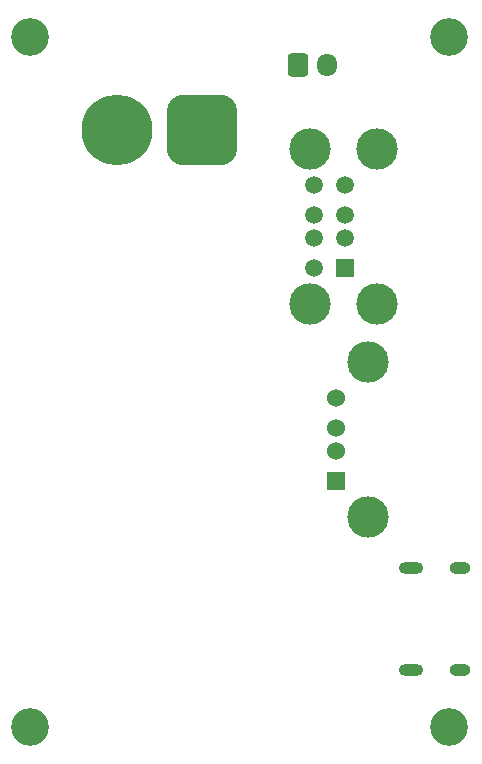
<source format=gbr>
%TF.GenerationSoftware,KiCad,Pcbnew,8.0.3*%
%TF.CreationDate,2024-06-16T21:04:04+09:00*%
%TF.ProjectId,USB_power,5553425f-706f-4776-9572-2e6b69636164,rev?*%
%TF.SameCoordinates,PX79d7e50PY830c570*%
%TF.FileFunction,Soldermask,Bot*%
%TF.FilePolarity,Negative*%
%FSLAX46Y46*%
G04 Gerber Fmt 4.6, Leading zero omitted, Abs format (unit mm)*
G04 Created by KiCad (PCBNEW 8.0.3) date 2024-06-16 21:04:04*
%MOMM*%
%LPD*%
G01*
G04 APERTURE LIST*
G04 Aperture macros list*
%AMRoundRect*
0 Rectangle with rounded corners*
0 $1 Rounding radius*
0 $2 $3 $4 $5 $6 $7 $8 $9 X,Y pos of 4 corners*
0 Add a 4 corners polygon primitive as box body*
4,1,4,$2,$3,$4,$5,$6,$7,$8,$9,$2,$3,0*
0 Add four circle primitives for the rounded corners*
1,1,$1+$1,$2,$3*
1,1,$1+$1,$4,$5*
1,1,$1+$1,$6,$7*
1,1,$1+$1,$8,$9*
0 Add four rect primitives between the rounded corners*
20,1,$1+$1,$2,$3,$4,$5,0*
20,1,$1+$1,$4,$5,$6,$7,0*
20,1,$1+$1,$6,$7,$8,$9,0*
20,1,$1+$1,$8,$9,$2,$3,0*%
G04 Aperture macros list end*
%ADD10C,3.200000*%
%ADD11R,1.524000X1.524000*%
%ADD12C,1.524000*%
%ADD13C,3.500000*%
%ADD14O,2.100000X1.000000*%
%ADD15O,1.800000X1.000000*%
%ADD16RoundRect,0.250000X-0.600000X-0.725000X0.600000X-0.725000X0.600000X0.725000X-0.600000X0.725000X0*%
%ADD17O,1.700000X1.950000*%
%ADD18R,1.500000X1.500000*%
%ADD19C,1.500000*%
%ADD20RoundRect,1.500000X1.500000X1.500000X-1.500000X1.500000X-1.500000X-1.500000X1.500000X-1.500000X0*%
%ADD21C,6.000000*%
G04 APERTURE END LIST*
D10*
%TO.C,H1*%
X3561518Y61970482D03*
%TD*%
%TO.C,H2*%
X38994518Y61970482D03*
%TD*%
D11*
%TO.C,J5*%
X29457018Y24378482D03*
D12*
X29457018Y26878482D03*
X29457018Y28878482D03*
X29457018Y31378482D03*
D13*
X32167018Y21308482D03*
X32167018Y34448482D03*
%TD*%
D14*
%TO.C,J4*%
X35762518Y8374482D03*
D15*
X39942518Y8374482D03*
D14*
X35762518Y17014482D03*
D15*
X39942518Y17014482D03*
%TD*%
D10*
%TO.C,H3*%
X38994518Y3550482D03*
%TD*%
D16*
%TO.C,J3*%
X26207518Y59557482D03*
D17*
X28707518Y59557482D03*
%TD*%
D18*
%TO.C,J2*%
X30231518Y42412482D03*
D19*
X30231518Y44912482D03*
X30231518Y46912482D03*
X30231518Y49412482D03*
X27611518Y42412482D03*
X27611518Y44912482D03*
X27611518Y46912482D03*
X27611518Y49412482D03*
D13*
X32941518Y39342482D03*
X32941518Y52482482D03*
X27261518Y39342482D03*
X27261518Y52482482D03*
%TD*%
D20*
%TO.C,J1*%
X18127518Y54096482D03*
D21*
X10927518Y54096482D03*
%TD*%
D10*
%TO.C,H4*%
X3561518Y3550482D03*
%TD*%
M02*

</source>
